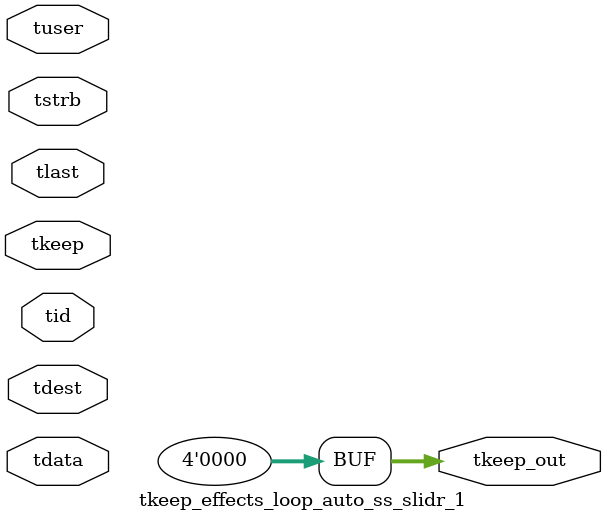
<source format=v>


`timescale 1ps/1ps

module tkeep_effects_loop_auto_ss_slidr_1 #
(
parameter C_S_AXIS_TDATA_WIDTH = 32,
parameter C_S_AXIS_TUSER_WIDTH = 0,
parameter C_S_AXIS_TID_WIDTH   = 0,
parameter C_S_AXIS_TDEST_WIDTH = 0,
parameter C_M_AXIS_TDATA_WIDTH = 32
)
(
input  [(C_S_AXIS_TDATA_WIDTH == 0 ? 1 : C_S_AXIS_TDATA_WIDTH)-1:0     ] tdata,
input  [(C_S_AXIS_TUSER_WIDTH == 0 ? 1 : C_S_AXIS_TUSER_WIDTH)-1:0     ] tuser,
input  [(C_S_AXIS_TID_WIDTH   == 0 ? 1 : C_S_AXIS_TID_WIDTH)-1:0       ] tid,
input  [(C_S_AXIS_TDEST_WIDTH == 0 ? 1 : C_S_AXIS_TDEST_WIDTH)-1:0     ] tdest,
input  [(C_S_AXIS_TDATA_WIDTH/8)-1:0 ] tkeep,
input  [(C_S_AXIS_TDATA_WIDTH/8)-1:0 ] tstrb,
input                                                                    tlast,
output [(C_M_AXIS_TDATA_WIDTH/8)-1:0 ] tkeep_out
);

assign tkeep_out = {1'b0};

endmodule


</source>
